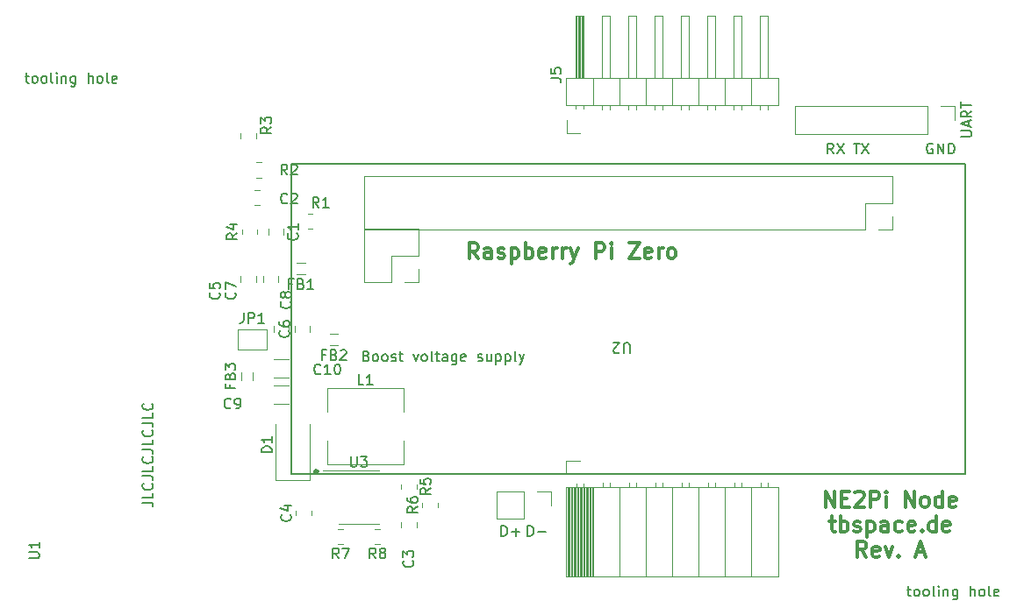
<source format=gbr>
%TF.GenerationSoftware,KiCad,Pcbnew,(6.0.4-0)*%
%TF.CreationDate,2022-10-27T23:32:19+02:00*%
%TF.ProjectId,NE2Pi,4e453250-692e-46b6-9963-61645f706362,rev?*%
%TF.SameCoordinates,Original*%
%TF.FileFunction,Legend,Top*%
%TF.FilePolarity,Positive*%
%FSLAX46Y46*%
G04 Gerber Fmt 4.6, Leading zero omitted, Abs format (unit mm)*
G04 Created by KiCad (PCBNEW (6.0.4-0)) date 2022-10-27 23:32:19*
%MOMM*%
%LPD*%
G01*
G04 APERTURE LIST*
%ADD10C,0.300000*%
%ADD11C,0.150000*%
%ADD12C,0.200000*%
%ADD13C,0.120000*%
G04 APERTURE END LIST*
D10*
X124050000Y-49200000D02*
G75*
G03*
X124050000Y-49200000I-150000J0D01*
G01*
D11*
X107152380Y-52219047D02*
X107866666Y-52219047D01*
X108009523Y-52266666D01*
X108104761Y-52361904D01*
X108152380Y-52504761D01*
X108152380Y-52600000D01*
X108152380Y-51266666D02*
X108152380Y-51742857D01*
X107152380Y-51742857D01*
X108057142Y-50361904D02*
X108104761Y-50409523D01*
X108152380Y-50552380D01*
X108152380Y-50647619D01*
X108104761Y-50790476D01*
X108009523Y-50885714D01*
X107914285Y-50933333D01*
X107723809Y-50980952D01*
X107580952Y-50980952D01*
X107390476Y-50933333D01*
X107295238Y-50885714D01*
X107200000Y-50790476D01*
X107152380Y-50647619D01*
X107152380Y-50552380D01*
X107200000Y-50409523D01*
X107247619Y-50361904D01*
X107152380Y-49647619D02*
X107866666Y-49647619D01*
X108009523Y-49695238D01*
X108104761Y-49790476D01*
X108152380Y-49933333D01*
X108152380Y-50028571D01*
X108152380Y-48695238D02*
X108152380Y-49171428D01*
X107152380Y-49171428D01*
X108057142Y-47790476D02*
X108104761Y-47838095D01*
X108152380Y-47980952D01*
X108152380Y-48076190D01*
X108104761Y-48219047D01*
X108009523Y-48314285D01*
X107914285Y-48361904D01*
X107723809Y-48409523D01*
X107580952Y-48409523D01*
X107390476Y-48361904D01*
X107295238Y-48314285D01*
X107200000Y-48219047D01*
X107152380Y-48076190D01*
X107152380Y-47980952D01*
X107200000Y-47838095D01*
X107247619Y-47790476D01*
X107152380Y-47076190D02*
X107866666Y-47076190D01*
X108009523Y-47123809D01*
X108104761Y-47219047D01*
X108152380Y-47361904D01*
X108152380Y-47457142D01*
X108152380Y-46123809D02*
X108152380Y-46600000D01*
X107152380Y-46600000D01*
X108057142Y-45219047D02*
X108104761Y-45266666D01*
X108152380Y-45409523D01*
X108152380Y-45504761D01*
X108104761Y-45647619D01*
X108009523Y-45742857D01*
X107914285Y-45790476D01*
X107723809Y-45838095D01*
X107580952Y-45838095D01*
X107390476Y-45790476D01*
X107295238Y-45742857D01*
X107200000Y-45647619D01*
X107152380Y-45504761D01*
X107152380Y-45409523D01*
X107200000Y-45266666D01*
X107247619Y-45219047D01*
X107152380Y-44504761D02*
X107866666Y-44504761D01*
X108009523Y-44552380D01*
X108104761Y-44647619D01*
X108152380Y-44790476D01*
X108152380Y-44885714D01*
X108152380Y-43552380D02*
X108152380Y-44028571D01*
X107152380Y-44028571D01*
X108057142Y-42647619D02*
X108104761Y-42695238D01*
X108152380Y-42838095D01*
X108152380Y-42933333D01*
X108104761Y-43076190D01*
X108009523Y-43171428D01*
X107914285Y-43219047D01*
X107723809Y-43266666D01*
X107580952Y-43266666D01*
X107390476Y-43219047D01*
X107295238Y-43171428D01*
X107200000Y-43076190D01*
X107152380Y-42933333D01*
X107152380Y-42838095D01*
X107200000Y-42695238D01*
X107247619Y-42647619D01*
X173823333Y-18486380D02*
X173490000Y-18010190D01*
X173251904Y-18486380D02*
X173251904Y-17486380D01*
X173632857Y-17486380D01*
X173728095Y-17534000D01*
X173775714Y-17581619D01*
X173823333Y-17676857D01*
X173823333Y-17819714D01*
X173775714Y-17914952D01*
X173728095Y-17962571D01*
X173632857Y-18010190D01*
X173251904Y-18010190D01*
X174156666Y-17486380D02*
X174823333Y-18486380D01*
X174823333Y-17486380D02*
X174156666Y-18486380D01*
X175768095Y-17486380D02*
X176339523Y-17486380D01*
X176053809Y-18486380D02*
X176053809Y-17486380D01*
X176577619Y-17486380D02*
X177244285Y-18486380D01*
X177244285Y-17486380D02*
X176577619Y-18486380D01*
X183388095Y-17534000D02*
X183292857Y-17486380D01*
X183150000Y-17486380D01*
X183007142Y-17534000D01*
X182911904Y-17629238D01*
X182864285Y-17724476D01*
X182816666Y-17914952D01*
X182816666Y-18057809D01*
X182864285Y-18248285D01*
X182911904Y-18343523D01*
X183007142Y-18438761D01*
X183150000Y-18486380D01*
X183245238Y-18486380D01*
X183388095Y-18438761D01*
X183435714Y-18391142D01*
X183435714Y-18057809D01*
X183245238Y-18057809D01*
X183864285Y-18486380D02*
X183864285Y-17486380D01*
X184435714Y-18486380D01*
X184435714Y-17486380D01*
X184911904Y-18486380D02*
X184911904Y-17486380D01*
X185150000Y-17486380D01*
X185292857Y-17534000D01*
X185388095Y-17629238D01*
X185435714Y-17724476D01*
X185483333Y-17914952D01*
X185483333Y-18057809D01*
X185435714Y-18248285D01*
X185388095Y-18343523D01*
X185292857Y-18438761D01*
X185150000Y-18486380D01*
X184911904Y-18486380D01*
D10*
X173038285Y-52619571D02*
X173038285Y-51119571D01*
X173895428Y-52619571D01*
X173895428Y-51119571D01*
X174609714Y-51833857D02*
X175109714Y-51833857D01*
X175324000Y-52619571D02*
X174609714Y-52619571D01*
X174609714Y-51119571D01*
X175324000Y-51119571D01*
X175895428Y-51262428D02*
X175966857Y-51191000D01*
X176109714Y-51119571D01*
X176466857Y-51119571D01*
X176609714Y-51191000D01*
X176681142Y-51262428D01*
X176752571Y-51405285D01*
X176752571Y-51548142D01*
X176681142Y-51762428D01*
X175824000Y-52619571D01*
X176752571Y-52619571D01*
X177395428Y-52619571D02*
X177395428Y-51119571D01*
X177966857Y-51119571D01*
X178109714Y-51191000D01*
X178181142Y-51262428D01*
X178252571Y-51405285D01*
X178252571Y-51619571D01*
X178181142Y-51762428D01*
X178109714Y-51833857D01*
X177966857Y-51905285D01*
X177395428Y-51905285D01*
X178895428Y-52619571D02*
X178895428Y-51619571D01*
X178895428Y-51119571D02*
X178824000Y-51191000D01*
X178895428Y-51262428D01*
X178966857Y-51191000D01*
X178895428Y-51119571D01*
X178895428Y-51262428D01*
X180752571Y-52619571D02*
X180752571Y-51119571D01*
X181609714Y-52619571D01*
X181609714Y-51119571D01*
X182538285Y-52619571D02*
X182395428Y-52548142D01*
X182324000Y-52476714D01*
X182252571Y-52333857D01*
X182252571Y-51905285D01*
X182324000Y-51762428D01*
X182395428Y-51691000D01*
X182538285Y-51619571D01*
X182752571Y-51619571D01*
X182895428Y-51691000D01*
X182966857Y-51762428D01*
X183038285Y-51905285D01*
X183038285Y-52333857D01*
X182966857Y-52476714D01*
X182895428Y-52548142D01*
X182752571Y-52619571D01*
X182538285Y-52619571D01*
X184324000Y-52619571D02*
X184324000Y-51119571D01*
X184324000Y-52548142D02*
X184181142Y-52619571D01*
X183895428Y-52619571D01*
X183752571Y-52548142D01*
X183681142Y-52476714D01*
X183609714Y-52333857D01*
X183609714Y-51905285D01*
X183681142Y-51762428D01*
X183752571Y-51691000D01*
X183895428Y-51619571D01*
X184181142Y-51619571D01*
X184324000Y-51691000D01*
X185609714Y-52548142D02*
X185466857Y-52619571D01*
X185181142Y-52619571D01*
X185038285Y-52548142D01*
X184966857Y-52405285D01*
X184966857Y-51833857D01*
X185038285Y-51691000D01*
X185181142Y-51619571D01*
X185466857Y-51619571D01*
X185609714Y-51691000D01*
X185681142Y-51833857D01*
X185681142Y-51976714D01*
X184966857Y-52119571D01*
X173431142Y-54034571D02*
X174002571Y-54034571D01*
X173645428Y-53534571D02*
X173645428Y-54820285D01*
X173716857Y-54963142D01*
X173859714Y-55034571D01*
X174002571Y-55034571D01*
X174502571Y-55034571D02*
X174502571Y-53534571D01*
X174502571Y-54106000D02*
X174645428Y-54034571D01*
X174931142Y-54034571D01*
X175074000Y-54106000D01*
X175145428Y-54177428D01*
X175216857Y-54320285D01*
X175216857Y-54748857D01*
X175145428Y-54891714D01*
X175074000Y-54963142D01*
X174931142Y-55034571D01*
X174645428Y-55034571D01*
X174502571Y-54963142D01*
X175788285Y-54963142D02*
X175931142Y-55034571D01*
X176216857Y-55034571D01*
X176359714Y-54963142D01*
X176431142Y-54820285D01*
X176431142Y-54748857D01*
X176359714Y-54606000D01*
X176216857Y-54534571D01*
X176002571Y-54534571D01*
X175859714Y-54463142D01*
X175788285Y-54320285D01*
X175788285Y-54248857D01*
X175859714Y-54106000D01*
X176002571Y-54034571D01*
X176216857Y-54034571D01*
X176359714Y-54106000D01*
X177074000Y-54034571D02*
X177074000Y-55534571D01*
X177074000Y-54106000D02*
X177216857Y-54034571D01*
X177502571Y-54034571D01*
X177645428Y-54106000D01*
X177716857Y-54177428D01*
X177788285Y-54320285D01*
X177788285Y-54748857D01*
X177716857Y-54891714D01*
X177645428Y-54963142D01*
X177502571Y-55034571D01*
X177216857Y-55034571D01*
X177074000Y-54963142D01*
X179074000Y-55034571D02*
X179074000Y-54248857D01*
X179002571Y-54106000D01*
X178859714Y-54034571D01*
X178574000Y-54034571D01*
X178431142Y-54106000D01*
X179074000Y-54963142D02*
X178931142Y-55034571D01*
X178574000Y-55034571D01*
X178431142Y-54963142D01*
X178359714Y-54820285D01*
X178359714Y-54677428D01*
X178431142Y-54534571D01*
X178574000Y-54463142D01*
X178931142Y-54463142D01*
X179074000Y-54391714D01*
X180431142Y-54963142D02*
X180288285Y-55034571D01*
X180002571Y-55034571D01*
X179859714Y-54963142D01*
X179788285Y-54891714D01*
X179716857Y-54748857D01*
X179716857Y-54320285D01*
X179788285Y-54177428D01*
X179859714Y-54106000D01*
X180002571Y-54034571D01*
X180288285Y-54034571D01*
X180431142Y-54106000D01*
X181645428Y-54963142D02*
X181502571Y-55034571D01*
X181216857Y-55034571D01*
X181074000Y-54963142D01*
X181002571Y-54820285D01*
X181002571Y-54248857D01*
X181074000Y-54106000D01*
X181216857Y-54034571D01*
X181502571Y-54034571D01*
X181645428Y-54106000D01*
X181716857Y-54248857D01*
X181716857Y-54391714D01*
X181002571Y-54534571D01*
X182359714Y-54891714D02*
X182431142Y-54963142D01*
X182359714Y-55034571D01*
X182288285Y-54963142D01*
X182359714Y-54891714D01*
X182359714Y-55034571D01*
X183716857Y-55034571D02*
X183716857Y-53534571D01*
X183716857Y-54963142D02*
X183574000Y-55034571D01*
X183288285Y-55034571D01*
X183145428Y-54963142D01*
X183074000Y-54891714D01*
X183002571Y-54748857D01*
X183002571Y-54320285D01*
X183074000Y-54177428D01*
X183145428Y-54106000D01*
X183288285Y-54034571D01*
X183574000Y-54034571D01*
X183716857Y-54106000D01*
X185002571Y-54963142D02*
X184859714Y-55034571D01*
X184574000Y-55034571D01*
X184431142Y-54963142D01*
X184359714Y-54820285D01*
X184359714Y-54248857D01*
X184431142Y-54106000D01*
X184574000Y-54034571D01*
X184859714Y-54034571D01*
X185002571Y-54106000D01*
X185074000Y-54248857D01*
X185074000Y-54391714D01*
X184359714Y-54534571D01*
X177002571Y-57449571D02*
X176502571Y-56735285D01*
X176145428Y-57449571D02*
X176145428Y-55949571D01*
X176716857Y-55949571D01*
X176859714Y-56021000D01*
X176931142Y-56092428D01*
X177002571Y-56235285D01*
X177002571Y-56449571D01*
X176931142Y-56592428D01*
X176859714Y-56663857D01*
X176716857Y-56735285D01*
X176145428Y-56735285D01*
X178216857Y-57378142D02*
X178074000Y-57449571D01*
X177788285Y-57449571D01*
X177645428Y-57378142D01*
X177574000Y-57235285D01*
X177574000Y-56663857D01*
X177645428Y-56521000D01*
X177788285Y-56449571D01*
X178074000Y-56449571D01*
X178216857Y-56521000D01*
X178288285Y-56663857D01*
X178288285Y-56806714D01*
X177574000Y-56949571D01*
X178788285Y-56449571D02*
X179145428Y-57449571D01*
X179502571Y-56449571D01*
X180074000Y-57306714D02*
X180145428Y-57378142D01*
X180074000Y-57449571D01*
X180002571Y-57378142D01*
X180074000Y-57306714D01*
X180074000Y-57449571D01*
X181859714Y-57021000D02*
X182574000Y-57021000D01*
X181716857Y-57449571D02*
X182216857Y-55949571D01*
X182716857Y-57449571D01*
X139518571Y-28618571D02*
X139018571Y-27904285D01*
X138661428Y-28618571D02*
X138661428Y-27118571D01*
X139232857Y-27118571D01*
X139375714Y-27190000D01*
X139447142Y-27261428D01*
X139518571Y-27404285D01*
X139518571Y-27618571D01*
X139447142Y-27761428D01*
X139375714Y-27832857D01*
X139232857Y-27904285D01*
X138661428Y-27904285D01*
X140804285Y-28618571D02*
X140804285Y-27832857D01*
X140732857Y-27690000D01*
X140590000Y-27618571D01*
X140304285Y-27618571D01*
X140161428Y-27690000D01*
X140804285Y-28547142D02*
X140661428Y-28618571D01*
X140304285Y-28618571D01*
X140161428Y-28547142D01*
X140090000Y-28404285D01*
X140090000Y-28261428D01*
X140161428Y-28118571D01*
X140304285Y-28047142D01*
X140661428Y-28047142D01*
X140804285Y-27975714D01*
X141447142Y-28547142D02*
X141590000Y-28618571D01*
X141875714Y-28618571D01*
X142018571Y-28547142D01*
X142090000Y-28404285D01*
X142090000Y-28332857D01*
X142018571Y-28190000D01*
X141875714Y-28118571D01*
X141661428Y-28118571D01*
X141518571Y-28047142D01*
X141447142Y-27904285D01*
X141447142Y-27832857D01*
X141518571Y-27690000D01*
X141661428Y-27618571D01*
X141875714Y-27618571D01*
X142018571Y-27690000D01*
X142732857Y-27618571D02*
X142732857Y-29118571D01*
X142732857Y-27690000D02*
X142875714Y-27618571D01*
X143161428Y-27618571D01*
X143304285Y-27690000D01*
X143375714Y-27761428D01*
X143447142Y-27904285D01*
X143447142Y-28332857D01*
X143375714Y-28475714D01*
X143304285Y-28547142D01*
X143161428Y-28618571D01*
X142875714Y-28618571D01*
X142732857Y-28547142D01*
X144090000Y-28618571D02*
X144090000Y-27118571D01*
X144090000Y-27690000D02*
X144232857Y-27618571D01*
X144518571Y-27618571D01*
X144661428Y-27690000D01*
X144732857Y-27761428D01*
X144804285Y-27904285D01*
X144804285Y-28332857D01*
X144732857Y-28475714D01*
X144661428Y-28547142D01*
X144518571Y-28618571D01*
X144232857Y-28618571D01*
X144090000Y-28547142D01*
X146018571Y-28547142D02*
X145875714Y-28618571D01*
X145590000Y-28618571D01*
X145447142Y-28547142D01*
X145375714Y-28404285D01*
X145375714Y-27832857D01*
X145447142Y-27690000D01*
X145590000Y-27618571D01*
X145875714Y-27618571D01*
X146018571Y-27690000D01*
X146090000Y-27832857D01*
X146090000Y-27975714D01*
X145375714Y-28118571D01*
X146732857Y-28618571D02*
X146732857Y-27618571D01*
X146732857Y-27904285D02*
X146804285Y-27761428D01*
X146875714Y-27690000D01*
X147018571Y-27618571D01*
X147161428Y-27618571D01*
X147661428Y-28618571D02*
X147661428Y-27618571D01*
X147661428Y-27904285D02*
X147732857Y-27761428D01*
X147804285Y-27690000D01*
X147947142Y-27618571D01*
X148090000Y-27618571D01*
X148447142Y-27618571D02*
X148804285Y-28618571D01*
X149161428Y-27618571D02*
X148804285Y-28618571D01*
X148661428Y-28975714D01*
X148590000Y-29047142D01*
X148447142Y-29118571D01*
X150875714Y-28618571D02*
X150875714Y-27118571D01*
X151447142Y-27118571D01*
X151590000Y-27190000D01*
X151661428Y-27261428D01*
X151732857Y-27404285D01*
X151732857Y-27618571D01*
X151661428Y-27761428D01*
X151590000Y-27832857D01*
X151447142Y-27904285D01*
X150875714Y-27904285D01*
X152375714Y-28618571D02*
X152375714Y-27618571D01*
X152375714Y-27118571D02*
X152304285Y-27190000D01*
X152375714Y-27261428D01*
X152447142Y-27190000D01*
X152375714Y-27118571D01*
X152375714Y-27261428D01*
X154090000Y-27118571D02*
X155090000Y-27118571D01*
X154090000Y-28618571D01*
X155090000Y-28618571D01*
X156232857Y-28547142D02*
X156090000Y-28618571D01*
X155804285Y-28618571D01*
X155661428Y-28547142D01*
X155590000Y-28404285D01*
X155590000Y-27832857D01*
X155661428Y-27690000D01*
X155804285Y-27618571D01*
X156090000Y-27618571D01*
X156232857Y-27690000D01*
X156304285Y-27832857D01*
X156304285Y-27975714D01*
X155590000Y-28118571D01*
X156947142Y-28618571D02*
X156947142Y-27618571D01*
X156947142Y-27904285D02*
X157018571Y-27761428D01*
X157090000Y-27690000D01*
X157232857Y-27618571D01*
X157375714Y-27618571D01*
X158090000Y-28618571D02*
X157947142Y-28547142D01*
X157875714Y-28475714D01*
X157804285Y-28332857D01*
X157804285Y-27904285D01*
X157875714Y-27761428D01*
X157947142Y-27690000D01*
X158090000Y-27618571D01*
X158304285Y-27618571D01*
X158447142Y-27690000D01*
X158518571Y-27761428D01*
X158590000Y-27904285D01*
X158590000Y-28332857D01*
X158518571Y-28475714D01*
X158447142Y-28547142D01*
X158304285Y-28618571D01*
X158090000Y-28618571D01*
D12*
X186531000Y-49451000D02*
X121531000Y-49451000D01*
X121531000Y-49451000D02*
X121531000Y-19451000D01*
X121531000Y-19451000D02*
X186531000Y-19451000D01*
X186531000Y-19451000D02*
X186531000Y-49451000D01*
D11*
X141780047Y-55443380D02*
X141780047Y-54443380D01*
X142018142Y-54443380D01*
X142161000Y-54491000D01*
X142256238Y-54586238D01*
X142303857Y-54681476D01*
X142351476Y-54871952D01*
X142351476Y-55014809D01*
X142303857Y-55205285D01*
X142256238Y-55300523D01*
X142161000Y-55395761D01*
X142018142Y-55443380D01*
X141780047Y-55443380D01*
X142780047Y-55062428D02*
X143541952Y-55062428D01*
X143161000Y-55443380D02*
X143161000Y-54681476D01*
X144320047Y-55443380D02*
X144320047Y-54443380D01*
X144558142Y-54443380D01*
X144701000Y-54491000D01*
X144796238Y-54586238D01*
X144843857Y-54681476D01*
X144891476Y-54871952D01*
X144891476Y-55014809D01*
X144843857Y-55205285D01*
X144796238Y-55300523D01*
X144701000Y-55395761D01*
X144558142Y-55443380D01*
X144320047Y-55443380D01*
X145320047Y-55062428D02*
X146081952Y-55062428D01*
X186142380Y-16835238D02*
X186951904Y-16835238D01*
X187047142Y-16787619D01*
X187094761Y-16740000D01*
X187142380Y-16644761D01*
X187142380Y-16454285D01*
X187094761Y-16359047D01*
X187047142Y-16311428D01*
X186951904Y-16263809D01*
X186142380Y-16263809D01*
X186856666Y-15835238D02*
X186856666Y-15359047D01*
X187142380Y-15930476D02*
X186142380Y-15597142D01*
X187142380Y-15263809D01*
X187142380Y-14359047D02*
X186666190Y-14692380D01*
X187142380Y-14930476D02*
X186142380Y-14930476D01*
X186142380Y-14549523D01*
X186190000Y-14454285D01*
X186237619Y-14406666D01*
X186332857Y-14359047D01*
X186475714Y-14359047D01*
X186570952Y-14406666D01*
X186618571Y-14454285D01*
X186666190Y-14549523D01*
X186666190Y-14930476D01*
X186142380Y-14073333D02*
X186142380Y-13501904D01*
X187142380Y-13787619D02*
X186142380Y-13787619D01*
%TO.C,H2*%
X95823809Y-10985714D02*
X96204761Y-10985714D01*
X95966666Y-10652380D02*
X95966666Y-11509523D01*
X96014285Y-11604761D01*
X96109523Y-11652380D01*
X96204761Y-11652380D01*
X96680952Y-11652380D02*
X96585714Y-11604761D01*
X96538095Y-11557142D01*
X96490476Y-11461904D01*
X96490476Y-11176190D01*
X96538095Y-11080952D01*
X96585714Y-11033333D01*
X96680952Y-10985714D01*
X96823809Y-10985714D01*
X96919047Y-11033333D01*
X96966666Y-11080952D01*
X97014285Y-11176190D01*
X97014285Y-11461904D01*
X96966666Y-11557142D01*
X96919047Y-11604761D01*
X96823809Y-11652380D01*
X96680952Y-11652380D01*
X97585714Y-11652380D02*
X97490476Y-11604761D01*
X97442857Y-11557142D01*
X97395238Y-11461904D01*
X97395238Y-11176190D01*
X97442857Y-11080952D01*
X97490476Y-11033333D01*
X97585714Y-10985714D01*
X97728571Y-10985714D01*
X97823809Y-11033333D01*
X97871428Y-11080952D01*
X97919047Y-11176190D01*
X97919047Y-11461904D01*
X97871428Y-11557142D01*
X97823809Y-11604761D01*
X97728571Y-11652380D01*
X97585714Y-11652380D01*
X98490476Y-11652380D02*
X98395238Y-11604761D01*
X98347619Y-11509523D01*
X98347619Y-10652380D01*
X98871428Y-11652380D02*
X98871428Y-10985714D01*
X98871428Y-10652380D02*
X98823809Y-10700000D01*
X98871428Y-10747619D01*
X98919047Y-10700000D01*
X98871428Y-10652380D01*
X98871428Y-10747619D01*
X99347619Y-10985714D02*
X99347619Y-11652380D01*
X99347619Y-11080952D02*
X99395238Y-11033333D01*
X99490476Y-10985714D01*
X99633333Y-10985714D01*
X99728571Y-11033333D01*
X99776190Y-11128571D01*
X99776190Y-11652380D01*
X100680952Y-10985714D02*
X100680952Y-11795238D01*
X100633333Y-11890476D01*
X100585714Y-11938095D01*
X100490476Y-11985714D01*
X100347619Y-11985714D01*
X100252380Y-11938095D01*
X100680952Y-11604761D02*
X100585714Y-11652380D01*
X100395238Y-11652380D01*
X100300000Y-11604761D01*
X100252380Y-11557142D01*
X100204761Y-11461904D01*
X100204761Y-11176190D01*
X100252380Y-11080952D01*
X100300000Y-11033333D01*
X100395238Y-10985714D01*
X100585714Y-10985714D01*
X100680952Y-11033333D01*
X101919047Y-11652380D02*
X101919047Y-10652380D01*
X102347619Y-11652380D02*
X102347619Y-11128571D01*
X102300000Y-11033333D01*
X102204761Y-10985714D01*
X102061904Y-10985714D01*
X101966666Y-11033333D01*
X101919047Y-11080952D01*
X102966666Y-11652380D02*
X102871428Y-11604761D01*
X102823809Y-11557142D01*
X102776190Y-11461904D01*
X102776190Y-11176190D01*
X102823809Y-11080952D01*
X102871428Y-11033333D01*
X102966666Y-10985714D01*
X103109523Y-10985714D01*
X103204761Y-11033333D01*
X103252380Y-11080952D01*
X103300000Y-11176190D01*
X103300000Y-11461904D01*
X103252380Y-11557142D01*
X103204761Y-11604761D01*
X103109523Y-11652380D01*
X102966666Y-11652380D01*
X103871428Y-11652380D02*
X103776190Y-11604761D01*
X103728571Y-11509523D01*
X103728571Y-10652380D01*
X104633333Y-11604761D02*
X104538095Y-11652380D01*
X104347619Y-11652380D01*
X104252380Y-11604761D01*
X104204761Y-11509523D01*
X104204761Y-11128571D01*
X104252380Y-11033333D01*
X104347619Y-10985714D01*
X104538095Y-10985714D01*
X104633333Y-11033333D01*
X104680952Y-11128571D01*
X104680952Y-11223809D01*
X104204761Y-11319047D01*
%TO.C,H1*%
X180923809Y-60585714D02*
X181304761Y-60585714D01*
X181066666Y-60252380D02*
X181066666Y-61109523D01*
X181114285Y-61204761D01*
X181209523Y-61252380D01*
X181304761Y-61252380D01*
X181780952Y-61252380D02*
X181685714Y-61204761D01*
X181638095Y-61157142D01*
X181590476Y-61061904D01*
X181590476Y-60776190D01*
X181638095Y-60680952D01*
X181685714Y-60633333D01*
X181780952Y-60585714D01*
X181923809Y-60585714D01*
X182019047Y-60633333D01*
X182066666Y-60680952D01*
X182114285Y-60776190D01*
X182114285Y-61061904D01*
X182066666Y-61157142D01*
X182019047Y-61204761D01*
X181923809Y-61252380D01*
X181780952Y-61252380D01*
X182685714Y-61252380D02*
X182590476Y-61204761D01*
X182542857Y-61157142D01*
X182495238Y-61061904D01*
X182495238Y-60776190D01*
X182542857Y-60680952D01*
X182590476Y-60633333D01*
X182685714Y-60585714D01*
X182828571Y-60585714D01*
X182923809Y-60633333D01*
X182971428Y-60680952D01*
X183019047Y-60776190D01*
X183019047Y-61061904D01*
X182971428Y-61157142D01*
X182923809Y-61204761D01*
X182828571Y-61252380D01*
X182685714Y-61252380D01*
X183590476Y-61252380D02*
X183495238Y-61204761D01*
X183447619Y-61109523D01*
X183447619Y-60252380D01*
X183971428Y-61252380D02*
X183971428Y-60585714D01*
X183971428Y-60252380D02*
X183923809Y-60300000D01*
X183971428Y-60347619D01*
X184019047Y-60300000D01*
X183971428Y-60252380D01*
X183971428Y-60347619D01*
X184447619Y-60585714D02*
X184447619Y-61252380D01*
X184447619Y-60680952D02*
X184495238Y-60633333D01*
X184590476Y-60585714D01*
X184733333Y-60585714D01*
X184828571Y-60633333D01*
X184876190Y-60728571D01*
X184876190Y-61252380D01*
X185780952Y-60585714D02*
X185780952Y-61395238D01*
X185733333Y-61490476D01*
X185685714Y-61538095D01*
X185590476Y-61585714D01*
X185447619Y-61585714D01*
X185352380Y-61538095D01*
X185780952Y-61204761D02*
X185685714Y-61252380D01*
X185495238Y-61252380D01*
X185400000Y-61204761D01*
X185352380Y-61157142D01*
X185304761Y-61061904D01*
X185304761Y-60776190D01*
X185352380Y-60680952D01*
X185400000Y-60633333D01*
X185495238Y-60585714D01*
X185685714Y-60585714D01*
X185780952Y-60633333D01*
X187019047Y-61252380D02*
X187019047Y-60252380D01*
X187447619Y-61252380D02*
X187447619Y-60728571D01*
X187400000Y-60633333D01*
X187304761Y-60585714D01*
X187161904Y-60585714D01*
X187066666Y-60633333D01*
X187019047Y-60680952D01*
X188066666Y-61252380D02*
X187971428Y-61204761D01*
X187923809Y-61157142D01*
X187876190Y-61061904D01*
X187876190Y-60776190D01*
X187923809Y-60680952D01*
X187971428Y-60633333D01*
X188066666Y-60585714D01*
X188209523Y-60585714D01*
X188304761Y-60633333D01*
X188352380Y-60680952D01*
X188400000Y-60776190D01*
X188400000Y-61061904D01*
X188352380Y-61157142D01*
X188304761Y-61204761D01*
X188209523Y-61252380D01*
X188066666Y-61252380D01*
X188971428Y-61252380D02*
X188876190Y-61204761D01*
X188828571Y-61109523D01*
X188828571Y-60252380D01*
X189733333Y-61204761D02*
X189638095Y-61252380D01*
X189447619Y-61252380D01*
X189352380Y-61204761D01*
X189304761Y-61109523D01*
X189304761Y-60728571D01*
X189352380Y-60633333D01*
X189447619Y-60585714D01*
X189638095Y-60585714D01*
X189733333Y-60633333D01*
X189780952Y-60728571D01*
X189780952Y-60823809D01*
X189304761Y-60919047D01*
%TO.C,J5*%
X146534380Y-11188333D02*
X147248666Y-11188333D01*
X147391523Y-11235952D01*
X147486761Y-11331190D01*
X147534380Y-11474047D01*
X147534380Y-11569285D01*
X146534380Y-10235952D02*
X146534380Y-10712142D01*
X147010571Y-10759761D01*
X146962952Y-10712142D01*
X146915333Y-10616904D01*
X146915333Y-10378809D01*
X146962952Y-10283571D01*
X147010571Y-10235952D01*
X147105809Y-10188333D01*
X147343904Y-10188333D01*
X147439142Y-10235952D01*
X147486761Y-10283571D01*
X147534380Y-10378809D01*
X147534380Y-10616904D01*
X147486761Y-10712142D01*
X147439142Y-10759761D01*
%TO.C,C10*%
X124325142Y-39727142D02*
X124277523Y-39774761D01*
X124134666Y-39822380D01*
X124039428Y-39822380D01*
X123896571Y-39774761D01*
X123801333Y-39679523D01*
X123753714Y-39584285D01*
X123706095Y-39393809D01*
X123706095Y-39250952D01*
X123753714Y-39060476D01*
X123801333Y-38965238D01*
X123896571Y-38870000D01*
X124039428Y-38822380D01*
X124134666Y-38822380D01*
X124277523Y-38870000D01*
X124325142Y-38917619D01*
X125277523Y-39822380D02*
X124706095Y-39822380D01*
X124991809Y-39822380D02*
X124991809Y-38822380D01*
X124896571Y-38965238D01*
X124801333Y-39060476D01*
X124706095Y-39108095D01*
X125896571Y-38822380D02*
X125991809Y-38822380D01*
X126087047Y-38870000D01*
X126134666Y-38917619D01*
X126182285Y-39012857D01*
X126229904Y-39203333D01*
X126229904Y-39441428D01*
X126182285Y-39631904D01*
X126134666Y-39727142D01*
X126087047Y-39774761D01*
X125991809Y-39822380D01*
X125896571Y-39822380D01*
X125801333Y-39774761D01*
X125753714Y-39727142D01*
X125706095Y-39631904D01*
X125658476Y-39441428D01*
X125658476Y-39203333D01*
X125706095Y-39012857D01*
X125753714Y-38917619D01*
X125801333Y-38870000D01*
X125896571Y-38822380D01*
%TO.C,R6*%
X133676380Y-52617666D02*
X133200190Y-52951000D01*
X133676380Y-53189095D02*
X132676380Y-53189095D01*
X132676380Y-52808142D01*
X132724000Y-52712904D01*
X132771619Y-52665285D01*
X132866857Y-52617666D01*
X133009714Y-52617666D01*
X133104952Y-52665285D01*
X133152571Y-52712904D01*
X133200190Y-52808142D01*
X133200190Y-53189095D01*
X132676380Y-51760523D02*
X132676380Y-51951000D01*
X132724000Y-52046238D01*
X132771619Y-52093857D01*
X132914476Y-52189095D01*
X133104952Y-52236714D01*
X133485904Y-52236714D01*
X133581142Y-52189095D01*
X133628761Y-52141476D01*
X133676380Y-52046238D01*
X133676380Y-51855761D01*
X133628761Y-51760523D01*
X133581142Y-51712904D01*
X133485904Y-51665285D01*
X133247809Y-51665285D01*
X133152571Y-51712904D01*
X133104952Y-51760523D01*
X133057333Y-51855761D01*
X133057333Y-52046238D01*
X133104952Y-52141476D01*
X133152571Y-52189095D01*
X133247809Y-52236714D01*
%TO.C,R3*%
X119578380Y-15914666D02*
X119102190Y-16248000D01*
X119578380Y-16486095D02*
X118578380Y-16486095D01*
X118578380Y-16105142D01*
X118626000Y-16009904D01*
X118673619Y-15962285D01*
X118768857Y-15914666D01*
X118911714Y-15914666D01*
X119006952Y-15962285D01*
X119054571Y-16009904D01*
X119102190Y-16105142D01*
X119102190Y-16486095D01*
X118578380Y-15581333D02*
X118578380Y-14962285D01*
X118959333Y-15295619D01*
X118959333Y-15152761D01*
X119006952Y-15057523D01*
X119054571Y-15009904D01*
X119149809Y-14962285D01*
X119387904Y-14962285D01*
X119483142Y-15009904D01*
X119530761Y-15057523D01*
X119578380Y-15152761D01*
X119578380Y-15438476D01*
X119530761Y-15533714D01*
X119483142Y-15581333D01*
%TO.C,C6*%
X121232142Y-35599666D02*
X121279761Y-35647285D01*
X121327380Y-35790142D01*
X121327380Y-35885380D01*
X121279761Y-36028238D01*
X121184523Y-36123476D01*
X121089285Y-36171095D01*
X120898809Y-36218714D01*
X120755952Y-36218714D01*
X120565476Y-36171095D01*
X120470238Y-36123476D01*
X120375000Y-36028238D01*
X120327380Y-35885380D01*
X120327380Y-35790142D01*
X120375000Y-35647285D01*
X120422619Y-35599666D01*
X120327380Y-34742523D02*
X120327380Y-34933000D01*
X120375000Y-35028238D01*
X120422619Y-35075857D01*
X120565476Y-35171095D01*
X120755952Y-35218714D01*
X121136904Y-35218714D01*
X121232142Y-35171095D01*
X121279761Y-35123476D01*
X121327380Y-35028238D01*
X121327380Y-34837761D01*
X121279761Y-34742523D01*
X121232142Y-34694904D01*
X121136904Y-34647285D01*
X120898809Y-34647285D01*
X120803571Y-34694904D01*
X120755952Y-34742523D01*
X120708333Y-34837761D01*
X120708333Y-35028238D01*
X120755952Y-35123476D01*
X120803571Y-35171095D01*
X120898809Y-35218714D01*
%TO.C,R8*%
X129650833Y-57601380D02*
X129317500Y-57125190D01*
X129079404Y-57601380D02*
X129079404Y-56601380D01*
X129460357Y-56601380D01*
X129555595Y-56649000D01*
X129603214Y-56696619D01*
X129650833Y-56791857D01*
X129650833Y-56934714D01*
X129603214Y-57029952D01*
X129555595Y-57077571D01*
X129460357Y-57125190D01*
X129079404Y-57125190D01*
X130222261Y-57029952D02*
X130127023Y-56982333D01*
X130079404Y-56934714D01*
X130031785Y-56839476D01*
X130031785Y-56791857D01*
X130079404Y-56696619D01*
X130127023Y-56649000D01*
X130222261Y-56601380D01*
X130412738Y-56601380D01*
X130507976Y-56649000D01*
X130555595Y-56696619D01*
X130603214Y-56791857D01*
X130603214Y-56839476D01*
X130555595Y-56934714D01*
X130507976Y-56982333D01*
X130412738Y-57029952D01*
X130222261Y-57029952D01*
X130127023Y-57077571D01*
X130079404Y-57125190D01*
X130031785Y-57220428D01*
X130031785Y-57410904D01*
X130079404Y-57506142D01*
X130127023Y-57553761D01*
X130222261Y-57601380D01*
X130412738Y-57601380D01*
X130507976Y-57553761D01*
X130555595Y-57506142D01*
X130603214Y-57410904D01*
X130603214Y-57220428D01*
X130555595Y-57125190D01*
X130507976Y-57077571D01*
X130412738Y-57029952D01*
%TO.C,JP1*%
X116895666Y-33869380D02*
X116895666Y-34583666D01*
X116848047Y-34726523D01*
X116752809Y-34821761D01*
X116609952Y-34869380D01*
X116514714Y-34869380D01*
X117371857Y-34869380D02*
X117371857Y-33869380D01*
X117752809Y-33869380D01*
X117848047Y-33917000D01*
X117895666Y-33964619D01*
X117943285Y-34059857D01*
X117943285Y-34202714D01*
X117895666Y-34297952D01*
X117848047Y-34345571D01*
X117752809Y-34393190D01*
X117371857Y-34393190D01*
X118895666Y-34869380D02*
X118324238Y-34869380D01*
X118609952Y-34869380D02*
X118609952Y-33869380D01*
X118514714Y-34012238D01*
X118419476Y-34107476D01*
X118324238Y-34155095D01*
X128739238Y-38028571D02*
X128882095Y-38076190D01*
X128929714Y-38123809D01*
X128977333Y-38219047D01*
X128977333Y-38361904D01*
X128929714Y-38457142D01*
X128882095Y-38504761D01*
X128786857Y-38552380D01*
X128405904Y-38552380D01*
X128405904Y-37552380D01*
X128739238Y-37552380D01*
X128834476Y-37600000D01*
X128882095Y-37647619D01*
X128929714Y-37742857D01*
X128929714Y-37838095D01*
X128882095Y-37933333D01*
X128834476Y-37980952D01*
X128739238Y-38028571D01*
X128405904Y-38028571D01*
X129548761Y-38552380D02*
X129453523Y-38504761D01*
X129405904Y-38457142D01*
X129358285Y-38361904D01*
X129358285Y-38076190D01*
X129405904Y-37980952D01*
X129453523Y-37933333D01*
X129548761Y-37885714D01*
X129691619Y-37885714D01*
X129786857Y-37933333D01*
X129834476Y-37980952D01*
X129882095Y-38076190D01*
X129882095Y-38361904D01*
X129834476Y-38457142D01*
X129786857Y-38504761D01*
X129691619Y-38552380D01*
X129548761Y-38552380D01*
X130453523Y-38552380D02*
X130358285Y-38504761D01*
X130310666Y-38457142D01*
X130263047Y-38361904D01*
X130263047Y-38076190D01*
X130310666Y-37980952D01*
X130358285Y-37933333D01*
X130453523Y-37885714D01*
X130596380Y-37885714D01*
X130691619Y-37933333D01*
X130739238Y-37980952D01*
X130786857Y-38076190D01*
X130786857Y-38361904D01*
X130739238Y-38457142D01*
X130691619Y-38504761D01*
X130596380Y-38552380D01*
X130453523Y-38552380D01*
X131167809Y-38504761D02*
X131263047Y-38552380D01*
X131453523Y-38552380D01*
X131548761Y-38504761D01*
X131596380Y-38409523D01*
X131596380Y-38361904D01*
X131548761Y-38266666D01*
X131453523Y-38219047D01*
X131310666Y-38219047D01*
X131215428Y-38171428D01*
X131167809Y-38076190D01*
X131167809Y-38028571D01*
X131215428Y-37933333D01*
X131310666Y-37885714D01*
X131453523Y-37885714D01*
X131548761Y-37933333D01*
X131882095Y-37885714D02*
X132263047Y-37885714D01*
X132024952Y-37552380D02*
X132024952Y-38409523D01*
X132072571Y-38504761D01*
X132167809Y-38552380D01*
X132263047Y-38552380D01*
X133263047Y-37885714D02*
X133501142Y-38552380D01*
X133739238Y-37885714D01*
X134263047Y-38552380D02*
X134167809Y-38504761D01*
X134120190Y-38457142D01*
X134072571Y-38361904D01*
X134072571Y-38076190D01*
X134120190Y-37980952D01*
X134167809Y-37933333D01*
X134263047Y-37885714D01*
X134405904Y-37885714D01*
X134501142Y-37933333D01*
X134548761Y-37980952D01*
X134596380Y-38076190D01*
X134596380Y-38361904D01*
X134548761Y-38457142D01*
X134501142Y-38504761D01*
X134405904Y-38552380D01*
X134263047Y-38552380D01*
X135167809Y-38552380D02*
X135072571Y-38504761D01*
X135024952Y-38409523D01*
X135024952Y-37552380D01*
X135405904Y-37885714D02*
X135786857Y-37885714D01*
X135548761Y-37552380D02*
X135548761Y-38409523D01*
X135596380Y-38504761D01*
X135691619Y-38552380D01*
X135786857Y-38552380D01*
X136548761Y-38552380D02*
X136548761Y-38028571D01*
X136501142Y-37933333D01*
X136405904Y-37885714D01*
X136215428Y-37885714D01*
X136120190Y-37933333D01*
X136548761Y-38504761D02*
X136453523Y-38552380D01*
X136215428Y-38552380D01*
X136120190Y-38504761D01*
X136072571Y-38409523D01*
X136072571Y-38314285D01*
X136120190Y-38219047D01*
X136215428Y-38171428D01*
X136453523Y-38171428D01*
X136548761Y-38123809D01*
X137453523Y-37885714D02*
X137453523Y-38695238D01*
X137405904Y-38790476D01*
X137358285Y-38838095D01*
X137263047Y-38885714D01*
X137120190Y-38885714D01*
X137024952Y-38838095D01*
X137453523Y-38504761D02*
X137358285Y-38552380D01*
X137167809Y-38552380D01*
X137072571Y-38504761D01*
X137024952Y-38457142D01*
X136977333Y-38361904D01*
X136977333Y-38076190D01*
X137024952Y-37980952D01*
X137072571Y-37933333D01*
X137167809Y-37885714D01*
X137358285Y-37885714D01*
X137453523Y-37933333D01*
X138310666Y-38504761D02*
X138215428Y-38552380D01*
X138024952Y-38552380D01*
X137929714Y-38504761D01*
X137882095Y-38409523D01*
X137882095Y-38028571D01*
X137929714Y-37933333D01*
X138024952Y-37885714D01*
X138215428Y-37885714D01*
X138310666Y-37933333D01*
X138358285Y-38028571D01*
X138358285Y-38123809D01*
X137882095Y-38219047D01*
X139501142Y-38504761D02*
X139596380Y-38552380D01*
X139786857Y-38552380D01*
X139882095Y-38504761D01*
X139929714Y-38409523D01*
X139929714Y-38361904D01*
X139882095Y-38266666D01*
X139786857Y-38219047D01*
X139644000Y-38219047D01*
X139548761Y-38171428D01*
X139501142Y-38076190D01*
X139501142Y-38028571D01*
X139548761Y-37933333D01*
X139644000Y-37885714D01*
X139786857Y-37885714D01*
X139882095Y-37933333D01*
X140786857Y-37885714D02*
X140786857Y-38552380D01*
X140358285Y-37885714D02*
X140358285Y-38409523D01*
X140405904Y-38504761D01*
X140501142Y-38552380D01*
X140644000Y-38552380D01*
X140739238Y-38504761D01*
X140786857Y-38457142D01*
X141263047Y-37885714D02*
X141263047Y-38885714D01*
X141263047Y-37933333D02*
X141358285Y-37885714D01*
X141548761Y-37885714D01*
X141644000Y-37933333D01*
X141691619Y-37980952D01*
X141739238Y-38076190D01*
X141739238Y-38361904D01*
X141691619Y-38457142D01*
X141644000Y-38504761D01*
X141548761Y-38552380D01*
X141358285Y-38552380D01*
X141263047Y-38504761D01*
X142167809Y-37885714D02*
X142167809Y-38885714D01*
X142167809Y-37933333D02*
X142263047Y-37885714D01*
X142453523Y-37885714D01*
X142548761Y-37933333D01*
X142596380Y-37980952D01*
X142644000Y-38076190D01*
X142644000Y-38361904D01*
X142596380Y-38457142D01*
X142548761Y-38504761D01*
X142453523Y-38552380D01*
X142263047Y-38552380D01*
X142167809Y-38504761D01*
X143215428Y-38552380D02*
X143120190Y-38504761D01*
X143072571Y-38409523D01*
X143072571Y-37552380D01*
X143501142Y-37885714D02*
X143739238Y-38552380D01*
X143977333Y-37885714D02*
X143739238Y-38552380D01*
X143644000Y-38790476D01*
X143596380Y-38838095D01*
X143501142Y-38885714D01*
%TO.C,L1*%
X128484333Y-40833380D02*
X128008142Y-40833380D01*
X128008142Y-39833380D01*
X129341476Y-40833380D02*
X128770047Y-40833380D01*
X129055761Y-40833380D02*
X129055761Y-39833380D01*
X128960523Y-39976238D01*
X128865285Y-40071476D01*
X128770047Y-40119095D01*
%TO.C,FB1*%
X121594666Y-31069571D02*
X121261333Y-31069571D01*
X121261333Y-31593380D02*
X121261333Y-30593380D01*
X121737523Y-30593380D01*
X122451809Y-31069571D02*
X122594666Y-31117190D01*
X122642285Y-31164809D01*
X122689904Y-31260047D01*
X122689904Y-31402904D01*
X122642285Y-31498142D01*
X122594666Y-31545761D01*
X122499428Y-31593380D01*
X122118476Y-31593380D01*
X122118476Y-30593380D01*
X122451809Y-30593380D01*
X122547047Y-30641000D01*
X122594666Y-30688619D01*
X122642285Y-30783857D01*
X122642285Y-30879095D01*
X122594666Y-30974333D01*
X122547047Y-31021952D01*
X122451809Y-31069571D01*
X122118476Y-31069571D01*
X123642285Y-31593380D02*
X123070857Y-31593380D01*
X123356571Y-31593380D02*
X123356571Y-30593380D01*
X123261333Y-30736238D01*
X123166095Y-30831476D01*
X123070857Y-30879095D01*
%TO.C,C4*%
X121389142Y-53379666D02*
X121436761Y-53427285D01*
X121484380Y-53570142D01*
X121484380Y-53665380D01*
X121436761Y-53808238D01*
X121341523Y-53903476D01*
X121246285Y-53951095D01*
X121055809Y-53998714D01*
X120912952Y-53998714D01*
X120722476Y-53951095D01*
X120627238Y-53903476D01*
X120532000Y-53808238D01*
X120484380Y-53665380D01*
X120484380Y-53570142D01*
X120532000Y-53427285D01*
X120579619Y-53379666D01*
X120817714Y-52522523D02*
X121484380Y-52522523D01*
X120436761Y-52760619D02*
X121151047Y-52998714D01*
X121151047Y-52379666D01*
%TO.C,D1*%
X119618380Y-47347095D02*
X118618380Y-47347095D01*
X118618380Y-47109000D01*
X118666000Y-46966142D01*
X118761238Y-46870904D01*
X118856476Y-46823285D01*
X119046952Y-46775666D01*
X119189809Y-46775666D01*
X119380285Y-46823285D01*
X119475523Y-46870904D01*
X119570761Y-46966142D01*
X119618380Y-47109000D01*
X119618380Y-47347095D01*
X119618380Y-45823285D02*
X119618380Y-46394714D01*
X119618380Y-46109000D02*
X118618380Y-46109000D01*
X118761238Y-46204238D01*
X118856476Y-46299476D01*
X118904095Y-46394714D01*
%TO.C,C8*%
X121388142Y-32805666D02*
X121435761Y-32853285D01*
X121483380Y-32996142D01*
X121483380Y-33091380D01*
X121435761Y-33234238D01*
X121340523Y-33329476D01*
X121245285Y-33377095D01*
X121054809Y-33424714D01*
X120911952Y-33424714D01*
X120721476Y-33377095D01*
X120626238Y-33329476D01*
X120531000Y-33234238D01*
X120483380Y-33091380D01*
X120483380Y-32996142D01*
X120531000Y-32853285D01*
X120578619Y-32805666D01*
X120911952Y-32234238D02*
X120864333Y-32329476D01*
X120816714Y-32377095D01*
X120721476Y-32424714D01*
X120673857Y-32424714D01*
X120578619Y-32377095D01*
X120531000Y-32329476D01*
X120483380Y-32234238D01*
X120483380Y-32043761D01*
X120531000Y-31948523D01*
X120578619Y-31900904D01*
X120673857Y-31853285D01*
X120721476Y-31853285D01*
X120816714Y-31900904D01*
X120864333Y-31948523D01*
X120911952Y-32043761D01*
X120911952Y-32234238D01*
X120959571Y-32329476D01*
X121007190Y-32377095D01*
X121102428Y-32424714D01*
X121292904Y-32424714D01*
X121388142Y-32377095D01*
X121435761Y-32329476D01*
X121483380Y-32234238D01*
X121483380Y-32043761D01*
X121435761Y-31948523D01*
X121388142Y-31900904D01*
X121292904Y-31853285D01*
X121102428Y-31853285D01*
X121007190Y-31900904D01*
X120959571Y-31948523D01*
X120911952Y-32043761D01*
%TO.C,C3*%
X133199142Y-57824666D02*
X133246761Y-57872285D01*
X133294380Y-58015142D01*
X133294380Y-58110380D01*
X133246761Y-58253238D01*
X133151523Y-58348476D01*
X133056285Y-58396095D01*
X132865809Y-58443714D01*
X132722952Y-58443714D01*
X132532476Y-58396095D01*
X132437238Y-58348476D01*
X132342000Y-58253238D01*
X132294380Y-58110380D01*
X132294380Y-58015142D01*
X132342000Y-57872285D01*
X132389619Y-57824666D01*
X132294380Y-57491333D02*
X132294380Y-56872285D01*
X132675333Y-57205619D01*
X132675333Y-57062761D01*
X132722952Y-56967523D01*
X132770571Y-56919904D01*
X132865809Y-56872285D01*
X133103904Y-56872285D01*
X133199142Y-56919904D01*
X133246761Y-56967523D01*
X133294380Y-57062761D01*
X133294380Y-57348476D01*
X133246761Y-57443714D01*
X133199142Y-57491333D01*
%TO.C,C1*%
X122052142Y-26201666D02*
X122099761Y-26249285D01*
X122147380Y-26392142D01*
X122147380Y-26487380D01*
X122099761Y-26630238D01*
X122004523Y-26725476D01*
X121909285Y-26773095D01*
X121718809Y-26820714D01*
X121575952Y-26820714D01*
X121385476Y-26773095D01*
X121290238Y-26725476D01*
X121195000Y-26630238D01*
X121147380Y-26487380D01*
X121147380Y-26392142D01*
X121195000Y-26249285D01*
X121242619Y-26201666D01*
X122147380Y-25249285D02*
X122147380Y-25820714D01*
X122147380Y-25535000D02*
X121147380Y-25535000D01*
X121290238Y-25630238D01*
X121385476Y-25725476D01*
X121433095Y-25820714D01*
%TO.C,FB2*%
X124769666Y-37927571D02*
X124436333Y-37927571D01*
X124436333Y-38451380D02*
X124436333Y-37451380D01*
X124912523Y-37451380D01*
X125626809Y-37927571D02*
X125769666Y-37975190D01*
X125817285Y-38022809D01*
X125864904Y-38118047D01*
X125864904Y-38260904D01*
X125817285Y-38356142D01*
X125769666Y-38403761D01*
X125674428Y-38451380D01*
X125293476Y-38451380D01*
X125293476Y-37451380D01*
X125626809Y-37451380D01*
X125722047Y-37499000D01*
X125769666Y-37546619D01*
X125817285Y-37641857D01*
X125817285Y-37737095D01*
X125769666Y-37832333D01*
X125722047Y-37879952D01*
X125626809Y-37927571D01*
X125293476Y-37927571D01*
X126245857Y-37546619D02*
X126293476Y-37499000D01*
X126388714Y-37451380D01*
X126626809Y-37451380D01*
X126722047Y-37499000D01*
X126769666Y-37546619D01*
X126817285Y-37641857D01*
X126817285Y-37737095D01*
X126769666Y-37879952D01*
X126198238Y-38451380D01*
X126817285Y-38451380D01*
%TO.C,R4*%
X116277380Y-26201666D02*
X115801190Y-26535000D01*
X116277380Y-26773095D02*
X115277380Y-26773095D01*
X115277380Y-26392142D01*
X115325000Y-26296904D01*
X115372619Y-26249285D01*
X115467857Y-26201666D01*
X115610714Y-26201666D01*
X115705952Y-26249285D01*
X115753571Y-26296904D01*
X115801190Y-26392142D01*
X115801190Y-26773095D01*
X115610714Y-25344523D02*
X116277380Y-25344523D01*
X115229761Y-25582619D02*
X115944047Y-25820714D01*
X115944047Y-25201666D01*
%TO.C,U2*%
X154157904Y-37778619D02*
X154157904Y-36969095D01*
X154110285Y-36873857D01*
X154062666Y-36826238D01*
X153967428Y-36778619D01*
X153776952Y-36778619D01*
X153681714Y-36826238D01*
X153634095Y-36873857D01*
X153586476Y-36969095D01*
X153586476Y-37778619D01*
X153157904Y-37683380D02*
X153110285Y-37731000D01*
X153015047Y-37778619D01*
X152776952Y-37778619D01*
X152681714Y-37731000D01*
X152634095Y-37683380D01*
X152586476Y-37588142D01*
X152586476Y-37492904D01*
X152634095Y-37350047D01*
X153205523Y-36778619D01*
X152586476Y-36778619D01*
%TO.C,C7*%
X116054142Y-31916666D02*
X116101761Y-31964285D01*
X116149380Y-32107142D01*
X116149380Y-32202380D01*
X116101761Y-32345238D01*
X116006523Y-32440476D01*
X115911285Y-32488095D01*
X115720809Y-32535714D01*
X115577952Y-32535714D01*
X115387476Y-32488095D01*
X115292238Y-32440476D01*
X115197000Y-32345238D01*
X115149380Y-32202380D01*
X115149380Y-32107142D01*
X115197000Y-31964285D01*
X115244619Y-31916666D01*
X115149380Y-31583333D02*
X115149380Y-30916666D01*
X116149380Y-31345238D01*
%TO.C,R5*%
X134944380Y-50839666D02*
X134468190Y-51173000D01*
X134944380Y-51411095D02*
X133944380Y-51411095D01*
X133944380Y-51030142D01*
X133992000Y-50934904D01*
X134039619Y-50887285D01*
X134134857Y-50839666D01*
X134277714Y-50839666D01*
X134372952Y-50887285D01*
X134420571Y-50934904D01*
X134468190Y-51030142D01*
X134468190Y-51411095D01*
X133944380Y-49934904D02*
X133944380Y-50411095D01*
X134420571Y-50458714D01*
X134372952Y-50411095D01*
X134325333Y-50315857D01*
X134325333Y-50077761D01*
X134372952Y-49982523D01*
X134420571Y-49934904D01*
X134515809Y-49887285D01*
X134753904Y-49887285D01*
X134849142Y-49934904D01*
X134896761Y-49982523D01*
X134944380Y-50077761D01*
X134944380Y-50315857D01*
X134896761Y-50411095D01*
X134849142Y-50458714D01*
%TO.C,U1*%
X96182380Y-57591904D02*
X96991904Y-57591904D01*
X97087142Y-57544285D01*
X97134761Y-57496666D01*
X97182380Y-57401428D01*
X97182380Y-57210952D01*
X97134761Y-57115714D01*
X97087142Y-57068095D01*
X96991904Y-57020476D01*
X96182380Y-57020476D01*
X97182380Y-56020476D02*
X97182380Y-56591904D01*
X97182380Y-56306190D02*
X96182380Y-56306190D01*
X96325238Y-56401428D01*
X96420476Y-56496666D01*
X96468095Y-56591904D01*
%TO.C,C2*%
X121118333Y-23217142D02*
X121070714Y-23264761D01*
X120927857Y-23312380D01*
X120832619Y-23312380D01*
X120689761Y-23264761D01*
X120594523Y-23169523D01*
X120546904Y-23074285D01*
X120499285Y-22883809D01*
X120499285Y-22740952D01*
X120546904Y-22550476D01*
X120594523Y-22455238D01*
X120689761Y-22360000D01*
X120832619Y-22312380D01*
X120927857Y-22312380D01*
X121070714Y-22360000D01*
X121118333Y-22407619D01*
X121499285Y-22407619D02*
X121546904Y-22360000D01*
X121642142Y-22312380D01*
X121880238Y-22312380D01*
X121975476Y-22360000D01*
X122023095Y-22407619D01*
X122070714Y-22502857D01*
X122070714Y-22598095D01*
X122023095Y-22740952D01*
X121451666Y-23312380D01*
X122070714Y-23312380D01*
%TO.C,R1*%
X124166333Y-23693380D02*
X123833000Y-23217190D01*
X123594904Y-23693380D02*
X123594904Y-22693380D01*
X123975857Y-22693380D01*
X124071095Y-22741000D01*
X124118714Y-22788619D01*
X124166333Y-22883857D01*
X124166333Y-23026714D01*
X124118714Y-23121952D01*
X124071095Y-23169571D01*
X123975857Y-23217190D01*
X123594904Y-23217190D01*
X125118714Y-23693380D02*
X124547285Y-23693380D01*
X124833000Y-23693380D02*
X124833000Y-22693380D01*
X124737761Y-22836238D01*
X124642523Y-22931476D01*
X124547285Y-22979095D01*
%TO.C,C5*%
X114530142Y-31916666D02*
X114577761Y-31964285D01*
X114625380Y-32107142D01*
X114625380Y-32202380D01*
X114577761Y-32345238D01*
X114482523Y-32440476D01*
X114387285Y-32488095D01*
X114196809Y-32535714D01*
X114053952Y-32535714D01*
X113863476Y-32488095D01*
X113768238Y-32440476D01*
X113673000Y-32345238D01*
X113625380Y-32202380D01*
X113625380Y-32107142D01*
X113673000Y-31964285D01*
X113720619Y-31916666D01*
X113625380Y-31011904D02*
X113625380Y-31488095D01*
X114101571Y-31535714D01*
X114053952Y-31488095D01*
X114006333Y-31392857D01*
X114006333Y-31154761D01*
X114053952Y-31059523D01*
X114101571Y-31011904D01*
X114196809Y-30964285D01*
X114434904Y-30964285D01*
X114530142Y-31011904D01*
X114577761Y-31059523D01*
X114625380Y-31154761D01*
X114625380Y-31392857D01*
X114577761Y-31488095D01*
X114530142Y-31535714D01*
%TO.C,FB3*%
X115599571Y-40838333D02*
X115599571Y-41171666D01*
X116123380Y-41171666D02*
X115123380Y-41171666D01*
X115123380Y-40695476D01*
X115599571Y-39981190D02*
X115647190Y-39838333D01*
X115694809Y-39790714D01*
X115790047Y-39743095D01*
X115932904Y-39743095D01*
X116028142Y-39790714D01*
X116075761Y-39838333D01*
X116123380Y-39933571D01*
X116123380Y-40314523D01*
X115123380Y-40314523D01*
X115123380Y-39981190D01*
X115171000Y-39885952D01*
X115218619Y-39838333D01*
X115313857Y-39790714D01*
X115409095Y-39790714D01*
X115504333Y-39838333D01*
X115551952Y-39885952D01*
X115599571Y-39981190D01*
X115599571Y-40314523D01*
X115123380Y-39409761D02*
X115123380Y-38790714D01*
X115504333Y-39124047D01*
X115504333Y-38981190D01*
X115551952Y-38885952D01*
X115599571Y-38838333D01*
X115694809Y-38790714D01*
X115932904Y-38790714D01*
X116028142Y-38838333D01*
X116075761Y-38885952D01*
X116123380Y-38981190D01*
X116123380Y-39266904D01*
X116075761Y-39362142D01*
X116028142Y-39409761D01*
%TO.C,U3*%
X127254095Y-47741380D02*
X127254095Y-48550904D01*
X127301714Y-48646142D01*
X127349333Y-48693761D01*
X127444571Y-48741380D01*
X127635047Y-48741380D01*
X127730285Y-48693761D01*
X127777904Y-48646142D01*
X127825523Y-48550904D01*
X127825523Y-47741380D01*
X128206476Y-47741380D02*
X128825523Y-47741380D01*
X128492190Y-48122333D01*
X128635047Y-48122333D01*
X128730285Y-48169952D01*
X128777904Y-48217571D01*
X128825523Y-48312809D01*
X128825523Y-48550904D01*
X128777904Y-48646142D01*
X128730285Y-48693761D01*
X128635047Y-48741380D01*
X128349333Y-48741380D01*
X128254095Y-48693761D01*
X128206476Y-48646142D01*
%TO.C,R2*%
X121118333Y-20518380D02*
X120785000Y-20042190D01*
X120546904Y-20518380D02*
X120546904Y-19518380D01*
X120927857Y-19518380D01*
X121023095Y-19566000D01*
X121070714Y-19613619D01*
X121118333Y-19708857D01*
X121118333Y-19851714D01*
X121070714Y-19946952D01*
X121023095Y-19994571D01*
X120927857Y-20042190D01*
X120546904Y-20042190D01*
X121499285Y-19613619D02*
X121546904Y-19566000D01*
X121642142Y-19518380D01*
X121880238Y-19518380D01*
X121975476Y-19566000D01*
X122023095Y-19613619D01*
X122070714Y-19708857D01*
X122070714Y-19804095D01*
X122023095Y-19946952D01*
X121451666Y-20518380D01*
X122070714Y-20518380D01*
%TO.C,C9*%
X115657333Y-43029142D02*
X115609714Y-43076761D01*
X115466857Y-43124380D01*
X115371619Y-43124380D01*
X115228761Y-43076761D01*
X115133523Y-42981523D01*
X115085904Y-42886285D01*
X115038285Y-42695809D01*
X115038285Y-42552952D01*
X115085904Y-42362476D01*
X115133523Y-42267238D01*
X115228761Y-42172000D01*
X115371619Y-42124380D01*
X115466857Y-42124380D01*
X115609714Y-42172000D01*
X115657333Y-42219619D01*
X116133523Y-43124380D02*
X116324000Y-43124380D01*
X116419238Y-43076761D01*
X116466857Y-43029142D01*
X116562095Y-42886285D01*
X116609714Y-42695809D01*
X116609714Y-42314857D01*
X116562095Y-42219619D01*
X116514476Y-42172000D01*
X116419238Y-42124380D01*
X116228761Y-42124380D01*
X116133523Y-42172000D01*
X116085904Y-42219619D01*
X116038285Y-42314857D01*
X116038285Y-42552952D01*
X116085904Y-42648190D01*
X116133523Y-42695809D01*
X116228761Y-42743428D01*
X116419238Y-42743428D01*
X116514476Y-42695809D01*
X116562095Y-42648190D01*
X116609714Y-42552952D01*
%TO.C,R7*%
X126094833Y-57601380D02*
X125761500Y-57125190D01*
X125523404Y-57601380D02*
X125523404Y-56601380D01*
X125904357Y-56601380D01*
X125999595Y-56649000D01*
X126047214Y-56696619D01*
X126094833Y-56791857D01*
X126094833Y-56934714D01*
X126047214Y-57029952D01*
X125999595Y-57077571D01*
X125904357Y-57125190D01*
X125523404Y-57125190D01*
X126428166Y-56601380D02*
X127094833Y-56601380D01*
X126666261Y-57601380D01*
D13*
%TO.C,J5*%
X159132000Y-5140000D02*
X159892000Y-5140000D01*
X159892000Y-5140000D02*
X159892000Y-11140000D01*
X157352000Y-14197071D02*
X157352000Y-13800000D01*
X163322000Y-13800000D02*
X163322000Y-11140000D01*
X164212000Y-5140000D02*
X164972000Y-5140000D01*
X148022000Y-13800000D02*
X168462000Y-13800000D01*
X151512000Y-11140000D02*
X151512000Y-5140000D01*
X148972000Y-14130000D02*
X148972000Y-13800000D01*
X161672000Y-14197071D02*
X161672000Y-13800000D01*
X156592000Y-11140000D02*
X156592000Y-5140000D01*
X150622000Y-13800000D02*
X150622000Y-11140000D01*
X166752000Y-14197071D02*
X166752000Y-13800000D01*
X156592000Y-5140000D02*
X157352000Y-5140000D01*
X148972000Y-11140000D02*
X148972000Y-5140000D01*
X157352000Y-5140000D02*
X157352000Y-11140000D01*
X165862000Y-13800000D02*
X165862000Y-11140000D01*
X162432000Y-14197071D02*
X162432000Y-13800000D01*
X154812000Y-14197071D02*
X154812000Y-13800000D01*
X168462000Y-11140000D02*
X148022000Y-11140000D01*
X159132000Y-11140000D02*
X159132000Y-5140000D01*
X158242000Y-13800000D02*
X158242000Y-11140000D01*
X167512000Y-5140000D02*
X167512000Y-11140000D01*
X148082000Y-16510000D02*
X148082000Y-15240000D01*
X164972000Y-5140000D02*
X164972000Y-11140000D01*
X161672000Y-11140000D02*
X161672000Y-5140000D01*
X149352000Y-16510000D02*
X148082000Y-16510000D01*
X154052000Y-5140000D02*
X154812000Y-5140000D01*
X151512000Y-14197071D02*
X151512000Y-13800000D01*
X149152000Y-11140000D02*
X149152000Y-5140000D01*
X167512000Y-14197071D02*
X167512000Y-13800000D01*
X152272000Y-14197071D02*
X152272000Y-13800000D01*
X149392000Y-11140000D02*
X149392000Y-5140000D01*
X156592000Y-14197071D02*
X156592000Y-13800000D01*
X161672000Y-5140000D02*
X162432000Y-5140000D01*
X148972000Y-5140000D02*
X149732000Y-5140000D01*
X149732000Y-5140000D02*
X149732000Y-11140000D01*
X153162000Y-13800000D02*
X153162000Y-11140000D01*
X154052000Y-11140000D02*
X154052000Y-5140000D01*
X164212000Y-11140000D02*
X164212000Y-5140000D01*
X154052000Y-14197071D02*
X154052000Y-13800000D01*
X166752000Y-5140000D02*
X167512000Y-5140000D01*
X168462000Y-13800000D02*
X168462000Y-11140000D01*
X148022000Y-11140000D02*
X148022000Y-13800000D01*
X151512000Y-5140000D02*
X152272000Y-5140000D01*
X160782000Y-13800000D02*
X160782000Y-11140000D01*
X164212000Y-14197071D02*
X164212000Y-13800000D01*
X149512000Y-11140000D02*
X149512000Y-5140000D01*
X152272000Y-5140000D02*
X152272000Y-11140000D01*
X149732000Y-14130000D02*
X149732000Y-13800000D01*
X149032000Y-11140000D02*
X149032000Y-5140000D01*
X164972000Y-14197071D02*
X164972000Y-13800000D01*
X154812000Y-5140000D02*
X154812000Y-11140000D01*
X159132000Y-14197071D02*
X159132000Y-13800000D01*
X149272000Y-11140000D02*
X149272000Y-5140000D01*
X159892000Y-14197071D02*
X159892000Y-13800000D01*
X162432000Y-5140000D02*
X162432000Y-11140000D01*
X155702000Y-13800000D02*
X155702000Y-11140000D01*
X166752000Y-11140000D02*
X166752000Y-5140000D01*
X149632000Y-11140000D02*
X149632000Y-5140000D01*
%TO.C,J4*%
X149712000Y-50736000D02*
X149712000Y-50386000D01*
X148614380Y-59366000D02*
X148614380Y-50736000D01*
X152252000Y-50736000D02*
X152252000Y-50326000D01*
X148022000Y-59366000D02*
X148022000Y-50736000D01*
X164232000Y-50736000D02*
X164232000Y-50326000D01*
X149677235Y-59366000D02*
X149677235Y-50736000D01*
X150149615Y-59366000D02*
X150149615Y-50736000D01*
X148732475Y-59366000D02*
X148732475Y-50736000D01*
X149322950Y-59366000D02*
X149322950Y-50736000D01*
X149913425Y-59366000D02*
X149913425Y-50736000D01*
X148260095Y-59366000D02*
X148260095Y-50736000D01*
X157332000Y-50736000D02*
X157332000Y-50326000D01*
X149441045Y-59366000D02*
X149441045Y-50736000D01*
X162412000Y-50736000D02*
X162412000Y-50326000D01*
X148142000Y-59366000D02*
X148142000Y-50736000D01*
X148496285Y-59366000D02*
X148496285Y-50736000D01*
X154072000Y-50736000D02*
X154072000Y-50326000D01*
X160782000Y-59366000D02*
X160782000Y-50736000D01*
X149086760Y-59366000D02*
X149086760Y-50736000D01*
X161692000Y-50736000D02*
X161692000Y-50326000D01*
X150267710Y-59366000D02*
X150267710Y-50736000D01*
X151532000Y-50736000D02*
X151532000Y-50326000D01*
X155702000Y-59366000D02*
X155702000Y-50736000D01*
X150622000Y-59366000D02*
X150622000Y-50736000D01*
X166772000Y-50736000D02*
X166772000Y-50326000D01*
X163322000Y-59366000D02*
X163322000Y-50736000D01*
X148022000Y-49276000D02*
X148022000Y-48166000D01*
X148968665Y-59366000D02*
X148968665Y-50736000D01*
X148850570Y-59366000D02*
X148850570Y-50736000D01*
X167492000Y-50736000D02*
X167492000Y-50326000D01*
X148022000Y-48166000D02*
X149352000Y-48166000D01*
X148378190Y-59366000D02*
X148378190Y-50736000D01*
X150503900Y-59366000D02*
X150503900Y-50736000D01*
X148992000Y-50736000D02*
X148992000Y-50386000D01*
X159872000Y-50736000D02*
X159872000Y-50326000D01*
X148022000Y-59366000D02*
X168462000Y-59366000D01*
X156612000Y-50736000D02*
X156612000Y-50326000D01*
X149204855Y-59366000D02*
X149204855Y-50736000D01*
X148022000Y-50736000D02*
X168462000Y-50736000D01*
X158242000Y-59366000D02*
X158242000Y-50736000D01*
X149795330Y-59366000D02*
X149795330Y-50736000D01*
X154792000Y-50736000D02*
X154792000Y-50326000D01*
X164952000Y-50736000D02*
X164952000Y-50326000D01*
X153162000Y-59366000D02*
X153162000Y-50736000D01*
X159152000Y-50736000D02*
X159152000Y-50326000D01*
X165862000Y-59366000D02*
X165862000Y-50736000D01*
X150031520Y-59366000D02*
X150031520Y-50736000D01*
X150385805Y-59366000D02*
X150385805Y-50736000D01*
X149559140Y-59366000D02*
X149559140Y-50736000D01*
X168462000Y-59366000D02*
X168462000Y-50736000D01*
%TO.C,C10*%
X119811748Y-38333000D02*
X121234252Y-38333000D01*
X119811748Y-40153000D02*
X121234252Y-40153000D01*
%TO.C,R6*%
X135609000Y-52678064D02*
X135609000Y-52223936D01*
X134139000Y-52678064D02*
X134139000Y-52223936D01*
%TO.C,R3*%
X118083000Y-16536936D02*
X118083000Y-16991064D01*
X116613000Y-16536936D02*
X116613000Y-16991064D01*
%TO.C,C6*%
X123290000Y-35694252D02*
X123290000Y-35171748D01*
X121820000Y-35694252D02*
X121820000Y-35171748D01*
%TO.C,R8*%
X130044564Y-54764000D02*
X129590436Y-54764000D01*
X130044564Y-56234000D02*
X129590436Y-56234000D01*
%TO.C,JP1*%
X116329000Y-35449000D02*
X119129000Y-35449000D01*
X119129000Y-37449000D02*
X116329000Y-37449000D01*
X116329000Y-37449000D02*
X116329000Y-35449000D01*
X119129000Y-35449000D02*
X119129000Y-37449000D01*
%TO.C,L1*%
X132351000Y-48531000D02*
X124951000Y-48531000D01*
X124951000Y-48531000D02*
X124951000Y-46231000D01*
X124951000Y-43431000D02*
X124951000Y-41131000D01*
X132351000Y-41131000D02*
X132351000Y-43431000D01*
X124951000Y-41131000D02*
X132351000Y-41131000D01*
X132351000Y-46231000D02*
X132351000Y-48531000D01*
%TO.C,FB1*%
X122838242Y-29031000D02*
X122017758Y-29031000D01*
X122838242Y-30151000D02*
X122017758Y-30151000D01*
%TO.C,TP1*%
X143931000Y-51121000D02*
X143931000Y-53781000D01*
X141331000Y-51121000D02*
X141331000Y-53781000D01*
X143931000Y-53781000D02*
X141331000Y-53781000D01*
X143931000Y-51121000D02*
X141331000Y-51121000D01*
X145201000Y-51121000D02*
X146531000Y-51121000D01*
X146531000Y-51121000D02*
X146531000Y-52451000D01*
%TO.C,C4*%
X123417000Y-53440064D02*
X123417000Y-52985936D01*
X121947000Y-53440064D02*
X121947000Y-52985936D01*
%TO.C,J3*%
X182880000Y-13910000D02*
X170120000Y-13910000D01*
X184150000Y-13910000D02*
X185480000Y-13910000D01*
X185480000Y-13910000D02*
X185480000Y-15240000D01*
X182880000Y-13910000D02*
X182880000Y-16570000D01*
X170120000Y-13910000D02*
X170120000Y-16570000D01*
X182880000Y-16570000D02*
X170120000Y-16570000D01*
%TO.C,D1*%
X123316000Y-50009000D02*
X123316000Y-44609000D01*
X120016000Y-50009000D02*
X120016000Y-44609000D01*
X120016000Y-50009000D02*
X123316000Y-50009000D01*
%TO.C,C8*%
X119788000Y-35694252D02*
X119788000Y-35171748D01*
X121258000Y-35694252D02*
X121258000Y-35171748D01*
%TO.C,C3*%
X132107000Y-54617252D02*
X132107000Y-54094748D01*
X133577000Y-54617252D02*
X133577000Y-54094748D01*
%TO.C,C1*%
X120750000Y-25773748D02*
X120750000Y-26296252D01*
X119280000Y-25773748D02*
X119280000Y-26296252D01*
%TO.C,FB2*%
X126013242Y-37009000D02*
X125192758Y-37009000D01*
X126013242Y-35889000D02*
X125192758Y-35889000D01*
%TO.C,R4*%
X116740000Y-26262064D02*
X116740000Y-25807936D01*
X118210000Y-26262064D02*
X118210000Y-25807936D01*
%TO.C,J1*%
X176891000Y-23261000D02*
X176891000Y-25861000D01*
X179491000Y-20661000D02*
X179491000Y-23261000D01*
X179491000Y-23261000D02*
X176891000Y-23261000D01*
X128571000Y-20661000D02*
X128571000Y-25861000D01*
X179491000Y-25861000D02*
X178161000Y-25861000D01*
X176891000Y-25861000D02*
X128571000Y-25861000D01*
X179491000Y-20661000D02*
X128571000Y-20661000D01*
X179491000Y-24531000D02*
X179491000Y-25861000D01*
%TO.C,C7*%
X118772000Y-30345748D02*
X118772000Y-30868252D01*
X120242000Y-30345748D02*
X120242000Y-30868252D01*
%TO.C,R5*%
X132107000Y-50445936D02*
X132107000Y-50900064D01*
X133577000Y-50445936D02*
X133577000Y-50900064D01*
%TO.C,C2*%
X118498252Y-23468000D02*
X117975748Y-23468000D01*
X118498252Y-21998000D02*
X117975748Y-21998000D01*
%TO.C,R1*%
X123544064Y-24284000D02*
X123089936Y-24284000D01*
X123544064Y-25754000D02*
X123089936Y-25754000D01*
%TO.C,C5*%
X116613000Y-30345748D02*
X116613000Y-30868252D01*
X118083000Y-30345748D02*
X118083000Y-30868252D01*
%TO.C,J2*%
X131171000Y-28341000D02*
X131171000Y-30941000D01*
X131171000Y-30941000D02*
X128571000Y-30941000D01*
X133771000Y-30941000D02*
X132441000Y-30941000D01*
X133771000Y-25741000D02*
X128571000Y-25741000D01*
X128571000Y-25741000D02*
X128571000Y-30941000D01*
X133771000Y-25741000D02*
X133771000Y-28341000D01*
X133771000Y-28341000D02*
X131171000Y-28341000D01*
X133771000Y-29611000D02*
X133771000Y-30941000D01*
%TO.C,FB3*%
X117781000Y-40415242D02*
X117781000Y-39594758D01*
X116661000Y-40415242D02*
X116661000Y-39594758D01*
%TO.C,U3*%
X128016000Y-54249000D02*
X129966000Y-54249000D01*
X128016000Y-49129000D02*
X129966000Y-49129000D01*
X128016000Y-49129000D02*
X124566000Y-49129000D01*
X128016000Y-54249000D02*
X126066000Y-54249000D01*
%TO.C,R2*%
X118591064Y-20801000D02*
X118136936Y-20801000D01*
X118591064Y-19331000D02*
X118136936Y-19331000D01*
%TO.C,C9*%
X119811748Y-40873000D02*
X121234252Y-40873000D01*
X119811748Y-42693000D02*
X121234252Y-42693000D01*
%TO.C,R7*%
X126488564Y-56234000D02*
X126034436Y-56234000D01*
X126488564Y-54764000D02*
X126034436Y-54764000D01*
%TD*%
M02*

</source>
